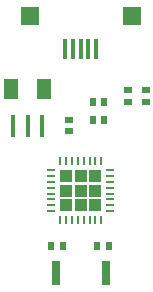
<source format=gbr>
G04 #@! TF.GenerationSoftware,KiCad,Pcbnew,(6.0.0-0)*
G04 #@! TF.CreationDate,2022-04-08T10:01:26+09:00*
G04 #@! TF.ProjectId,32u2_module,33327532-5f6d-46f6-9475-6c652e6b6963,rev?*
G04 #@! TF.SameCoordinates,Original*
G04 #@! TF.FileFunction,Paste,Top*
G04 #@! TF.FilePolarity,Positive*
%FSLAX46Y46*%
G04 Gerber Fmt 4.6, Leading zero omitted, Abs format (unit mm)*
G04 Created by KiCad (PCBNEW (6.0.0-0)) date 2022-04-08 10:01:26*
%MOMM*%
%LPD*%
G01*
G04 APERTURE LIST*
%ADD10R,0.400000X1.800000*%
%ADD11R,1.600000X1.600000*%
%ADD12R,0.800000X2.000000*%
%ADD13R,0.980000X0.980000*%
%ADD14R,0.750000X0.250000*%
%ADD15R,0.250000X0.750000*%
%ADD16R,0.400000X1.900000*%
%ADD17R,1.250000X1.750000*%
%ADD18R,0.640000X0.590000*%
%ADD19R,0.590000X0.640000*%
G04 APERTURE END LIST*
D10*
X98700000Y-88055000D03*
X99350000Y-88055000D03*
X100000000Y-88055000D03*
X100650000Y-88055000D03*
X101300000Y-88055000D03*
D11*
X95700000Y-85255000D03*
X104300000Y-85255000D03*
D12*
X102100000Y-107000000D03*
X97900000Y-107000000D03*
D13*
X101220000Y-98780000D03*
X98780000Y-98780000D03*
X101220000Y-100000000D03*
X98780000Y-101220000D03*
X100000000Y-100000000D03*
X100000000Y-98780000D03*
X101220000Y-101220000D03*
X98780000Y-100000000D03*
X100000000Y-101220000D03*
D14*
X97525000Y-98250000D03*
X97525000Y-98750000D03*
X97525000Y-99250000D03*
X97525000Y-99750000D03*
X97525000Y-100250000D03*
X97525000Y-100750000D03*
X97525000Y-101250000D03*
X97525000Y-101750000D03*
D15*
X98250000Y-102475000D03*
X98750000Y-102475000D03*
X99250000Y-102475000D03*
X99750000Y-102475000D03*
X100250000Y-102475000D03*
X100750000Y-102475000D03*
X101250000Y-102475000D03*
X101750000Y-102475000D03*
D14*
X102475000Y-101750000D03*
X102475000Y-101250000D03*
X102475000Y-100750000D03*
X102475000Y-100250000D03*
X102475000Y-99750000D03*
X102475000Y-99250000D03*
X102475000Y-98750000D03*
X102475000Y-98250000D03*
D15*
X101750000Y-97525000D03*
X101250000Y-97525000D03*
X100750000Y-97525000D03*
X100250000Y-97525000D03*
X99750000Y-97525000D03*
X99250000Y-97525000D03*
X98750000Y-97525000D03*
X98250000Y-97525000D03*
D16*
X96700000Y-94500000D03*
X95500000Y-94500000D03*
X94300000Y-94500000D03*
D17*
X96900000Y-91400000D03*
X94100000Y-91400000D03*
D18*
X99000000Y-94015000D03*
X99000000Y-94985000D03*
D19*
X101015000Y-92500000D03*
X101985000Y-92500000D03*
X101015000Y-94000000D03*
X101985000Y-94000000D03*
X101415000Y-104700000D03*
X102385000Y-104700000D03*
X97515000Y-104700000D03*
X98485000Y-104700000D03*
D18*
X105500000Y-92485000D03*
X105500000Y-91515000D03*
X104000000Y-92485000D03*
X104000000Y-91515000D03*
M02*

</source>
